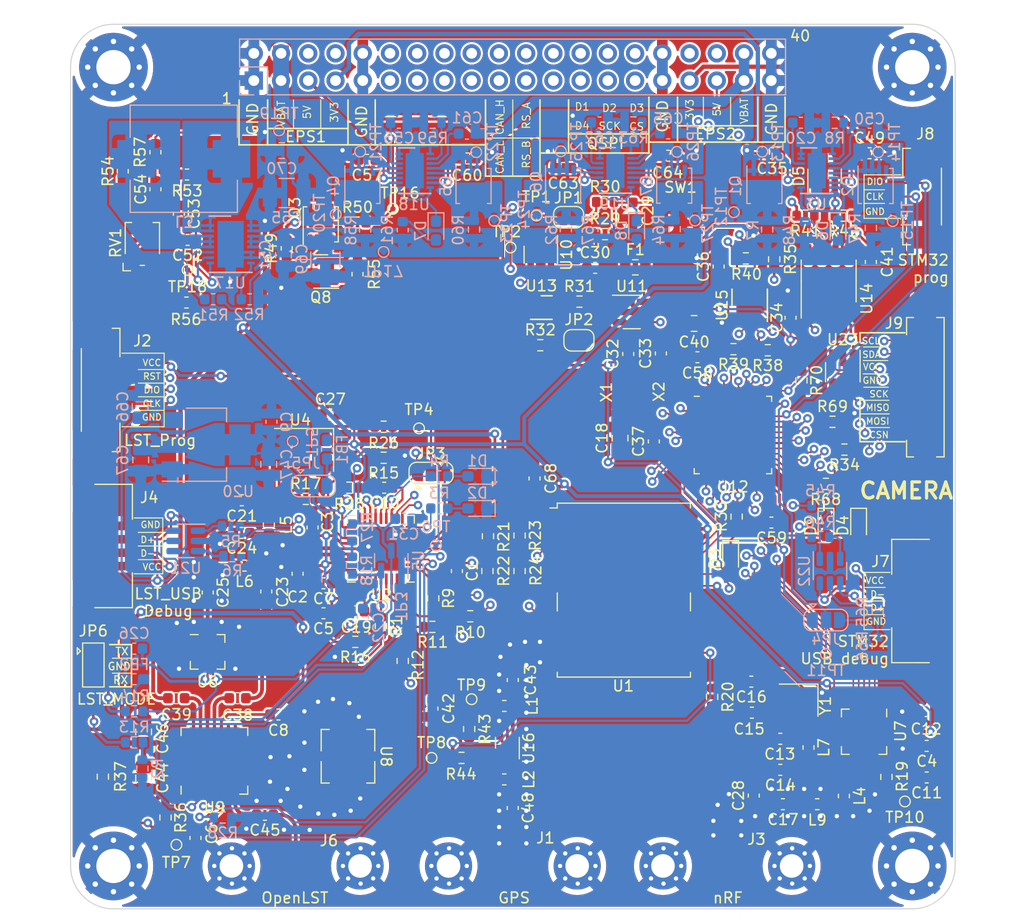
<source format=kicad_pcb>
(kicad_pcb (version 20211014) (generator pcbnew)

  (general
    (thickness 0.986)
  )

  (paper "A4")
  (layers
    (0 "F.Cu" power)
    (1 "In1.Cu" mixed)
    (2 "In2.Cu" mixed)
    (31 "B.Cu" power)
    (32 "B.Adhes" user "B.Adhesive")
    (33 "F.Adhes" user "F.Adhesive")
    (34 "B.Paste" user)
    (35 "F.Paste" user)
    (36 "B.SilkS" user "B.Silkscreen")
    (37 "F.SilkS" user "F.Silkscreen")
    (38 "B.Mask" user)
    (39 "F.Mask" user)
    (40 "Dwgs.User" user "User.Drawings")
    (41 "Cmts.User" user "User.Comments")
    (42 "Eco1.User" user "User.Eco1")
    (43 "Eco2.User" user "User.Eco2")
    (44 "Edge.Cuts" user)
    (45 "Margin" user)
    (46 "B.CrtYd" user "B.Courtyard")
    (47 "F.CrtYd" user "F.Courtyard")
    (48 "B.Fab" user)
    (49 "F.Fab" user)
    (50 "User.1" user)
    (51 "User.2" user)
    (52 "User.3" user)
    (53 "User.4" user)
    (54 "User.5" user)
    (55 "User.6" user)
    (56 "User.7" user)
    (57 "User.8" user)
    (58 "User.9" user)
  )

  (setup
    (stackup
      (layer "F.SilkS" (type "Top Silk Screen"))
      (layer "F.Paste" (type "Top Solder Paste"))
      (layer "F.Mask" (type "Top Solder Mask") (thickness 0.01))
      (layer "F.Cu" (type "copper") (thickness 0.018))
      (layer "dielectric 1" (type "core") (thickness 0.175) (material "FR4") (epsilon_r 4.5) (loss_tangent 0.02))
      (layer "In1.Cu" (type "copper") (thickness 0.035))
      (layer "dielectric 2" (type "prepreg") (thickness 0.51) (material "FR4") (epsilon_r 4.5) (loss_tangent 0.02))
      (layer "In2.Cu" (type "copper") (thickness 0.035))
      (layer "dielectric 3" (type "core") (thickness 0.175) (material "FR4") (epsilon_r 4.5) (loss_tangent 0.02))
      (layer "B.Cu" (type "copper") (thickness 0.018))
      (layer "B.Mask" (type "Bottom Solder Mask") (thickness 0.01))
      (layer "B.Paste" (type "Bottom Solder Paste"))
      (layer "B.SilkS" (type "Bottom Silk Screen"))
      (copper_finish "None")
      (dielectric_constraints no)
    )
    (pad_to_mask_clearance 0)
    (pcbplotparams
      (layerselection 0x00010fc_ffffffff)
      (disableapertmacros false)
      (usegerberextensions false)
      (usegerberattributes true)
      (usegerberadvancedattributes true)
      (creategerberjobfile true)
      (svguseinch false)
      (svgprecision 6)
      (excludeedgelayer true)
      (plotframeref false)
      (viasonmask false)
      (mode 1)
      (useauxorigin false)
      (hpglpennumber 1)
      (hpglpenspeed 20)
      (hpglpendiameter 15.000000)
      (dxfpolygonmode true)
      (dxfimperialunits true)
      (dxfusepcbnewfont true)
      (psnegative false)
      (psa4output false)
      (plotreference true)
      (plotvalue true)
      (plotinvisibletext false)
      (sketchpadsonfab false)
      (subtractmaskfromsilk false)
      (outputformat 1)
      (mirror false)
      (drillshape 1)
      (scaleselection 1)
      (outputdirectory "")
    )
  )

  (net 0 "")
  (net 1 "Net-(C1-Pad1)")
  (net 2 "GND")
  (net 3 "+3V3")
  (net 4 "/OpenLST (Beacon)/PA_VAPC")
  (net 5 "+3V8")
  (net 6 "/OpenLST (Beacon)/VDD_USB_LST")
  (net 7 "Net-(C12-Pad1)")
  (net 8 "Net-(C13-Pad2)")
  (net 9 "Net-(C15-Pad1)")
  (net 10 "Net-(C16-Pad1)")
  (net 11 "Net-(C17-Pad1)")
  (net 12 "Net-(C17-Pad2)")
  (net 13 "/MCU/MCU_POWER")
  (net 14 "Net-(C19-Pad1)")
  (net 15 "/3V3 power share/VCC_EN")
  (net 16 "Net-(C21-Pad2)")
  (net 17 "Net-(C22-Pad1)")
  (net 18 "Net-(C23-Pad2)")
  (net 19 "Net-(C24-Pad1)")
  (net 20 "Net-(C24-Pad2)")
  (net 21 "Net-(C25-Pad2)")
  (net 22 "Net-(C26-Pad1)")
  (net 23 "Net-(C29-Pad1)")
  (net 24 "/3V3 power share/EPS#1")
  (net 25 "Net-(C35-Pad2)")
  (net 26 "Net-(C38-Pad1)")
  (net 27 "Net-(C38-Pad2)")
  (net 28 "Net-(C39-Pad1)")
  (net 29 "Net-(C39-Pad2)")
  (net 30 "/MCU/VREF")
  (net 31 "Net-(C42-Pad1)")
  (net 32 "Net-(C43-Pad1)")
  (net 33 "Net-(C43-Pad2)")
  (net 34 "Net-(C45-Pad1)")
  (net 35 "Net-(C45-Pad2)")
  (net 36 "Net-(C48-Pad1)")
  (net 37 "Net-(C48-Pad2)")
  (net 38 "Net-(C49-Pad1)")
  (net 39 "/3V3 power share/EPS#2")
  (net 40 "Net-(C50-Pad1)")
  (net 41 "VIN")
  (net 42 "Net-(C52-Pad1)")
  (net 43 "Net-(C52-Pad2)")
  (net 44 "Net-(C53-Pad1)")
  (net 45 "Net-(C54-Pad1)")
  (net 46 "/Power Convertor/VBAT1/VCC_EN")
  (net 47 "/Power Convertor/EPS#1_VBAT")
  (net 48 "Net-(C57-Pad2)")
  (net 49 "Net-(C60-Pad1)")
  (net 50 "/Power Convertor/EPS#2_VBAT")
  (net 51 "Net-(C61-Pad1)")
  (net 52 "/5V power share/VCC_EN")
  (net 53 "/5V power share/EPS#1")
  (net 54 "Net-(C63-Pad2)")
  (net 55 "Net-(C64-Pad1)")
  (net 56 "/5V power share/EPS#2")
  (net 57 "Net-(C65-Pad1)")
  (net 58 "/OpenLST (Beacon)/USB_POWER_LST")
  (net 59 "Net-(D1-Pad2)")
  (net 60 "Net-(D2-Pad2)")
  (net 61 "Net-(D3-Pad1)")
  (net 62 "Net-(D4-Pad1)")
  (net 63 "/MCU/CAN_L")
  (net 64 "/MCU/CAN_H")
  (net 65 "Net-(D6-Pad1)")
  (net 66 "Net-(D6-Pad2)")
  (net 67 "Net-(D7-Pad1)")
  (net 68 "Net-(D7-Pad2)")
  (net 69 "Net-(D8-Pad1)")
  (net 70 "Net-(D8-Pad2)")
  (net 71 "Net-(D9-Pad1)")
  (net 72 "Net-(F1-Pad2)")
  (net 73 "Net-(FB1-Pad1)")
  (net 74 "/OpenLST (Beacon)/PROG_DD")
  (net 75 "/OpenLST (Beacon)/PROG_DC")
  (net 76 "/OpenLST (Beacon)/~{LST_RESET}")
  (net 77 "/MCU/USB_POWER")
  (net 78 "/MCU/SWCLK")
  (net 79 "/MCU/SWDIO")
  (net 80 "/MCU/QSPI_D1{slash}CAM_CSN")
  (net 81 "/MCU/QSPI_D2{slash}CAM_MOSI")
  (net 82 "/MCU/QSPI_D3{slash}CAM_MISO")
  (net 83 "/MCU/CAM_SCK")
  (net 84 "+5V")
  (net 85 "/I2C_SDA")
  (net 86 "/I2C_SCL")
  (net 87 "unconnected-(J12-Pad6)")
  (net 88 "unconnected-(J12-Pad8)")
  (net 89 "unconnected-(J12-Pad11)")
  (net 90 "unconnected-(J12-Pad12)")
  (net 91 "unconnected-(J12-Pad13)")
  (net 92 "unconnected-(J12-Pad14)")
  (net 93 "unconnected-(J12-Pad15)")
  (net 94 "unconnected-(J12-Pad16)")
  (net 95 "unconnected-(J12-Pad17)")
  (net 96 "unconnected-(J12-Pad18)")
  (net 97 "/MCU/RS_485_~{B}")
  (net 98 "/MCU/RS_485_A")
  (net 99 "unconnected-(J12-Pad23)")
  (net 100 "unconnected-(J12-Pad24)")
  (net 101 "/MCU/QSPI_D0")
  (net 102 "/MCU/QSPI_SCK")
  (net 103 "/MCU/QSPI_NCS")
  (net 104 "unconnected-(J12-Pad34)")
  (net 105 "unconnected-(J12-Pad36)")
  (net 106 "Net-(JP1-Pad1)")
  (net 107 "/MCU/NRST")
  (net 108 "Net-(JP2-Pad1)")
  (net 109 "Net-(JP2-Pad2)")
  (net 110 "/OpenLST (Beacon)/RF_EN")
  (net 111 "/OpenLST (Beacon)/RF_EN_MCU")
  (net 112 "/OpenLST (Beacon)/RF_PWR_EN")
  (net 113 "Net-(JP4-Pad3)")
  (net 114 "/MCU/VDD_USB")
  (net 115 "Net-(L3-Pad1)")
  (net 116 "Net-(L3-Pad2)")
  (net 117 "Net-(L4-Pad1)")
  (net 118 "Net-(L4-Pad2)")
  (net 119 "Net-(Q1-Pad5)")
  (net 120 "Net-(Q1-Pad4)")
  (net 121 "Net-(Q2-Pad4)")
  (net 122 "Net-(Q2-Pad5)")
  (net 123 "Net-(Q3-Pad4)")
  (net 124 "Net-(Q3-Pad5)")
  (net 125 "Net-(Q4-Pad5)")
  (net 126 "Net-(Q4-Pad4)")
  (net 127 "Net-(Q5-Pad4)")
  (net 128 "Net-(Q5-Pad5)")
  (net 129 "Net-(Q6-Pad5)")
  (net 130 "Net-(Q6-Pad4)")
  (net 131 "Net-(Q7-Pad4)")
  (net 132 "Net-(Q7-Pad5)")
  (net 133 "/OpenLST (Beacon)/~{LST_RX_MODE}")
  (net 134 "/OpenLST (Beacon)/LST_TX_MODE")
  (net 135 "Net-(R3-Pad2)")
  (net 136 "Net-(R4-Pad2)")
  (net 137 "Net-(R5-Pad1)")
  (net 138 "/OpenLST (Beacon)/USB_N")
  (net 139 "/OpenLST (Beacon)/USB_P")
  (net 140 "Net-(R6-Pad2)")
  (net 141 "Net-(R8-Pad2)")
  (net 142 "Net-(R9-Pad1)")
  (net 143 "/OpenLST (Beacon)/UART0_CTS")
  (net 144 "Net-(R10-Pad1)")
  (net 145 "/OpenLST (Beacon)/UART0_RTS")
  (net 146 "Net-(R11-Pad1)")
  (net 147 "/OpenLST (Beacon)/UART0_RX")
  (net 148 "Net-(R12-Pad1)")
  (net 149 "/OpenLST (Beacon)/UART0_TX")
  (net 150 "Net-(R15-Pad2)")
  (net 151 "Net-(R16-Pad2)")
  (net 152 "Net-(R17-Pad1)")
  (net 153 "Net-(R17-Pad2)")
  (net 154 "Net-(R19-Pad2)")
  (net 155 "/OpenLST (Beacon)/AN0")
  (net 156 "/OpenLST (Beacon)/AN1")
  (net 157 "Net-(R25-Pad2)")
  (net 158 "/OpenLST (Beacon)/RF_BYP")
  (net 159 "Net-(R32-Pad1)")
  (net 160 "/MCU/LED2")
  (net 161 "/MCU/CAN_RS")
  (net 162 "/MCU/RS_485_R_EN")
  (net 163 "/MCU/RS_485_T_EN")
  (net 164 "Net-(R43-Pad2)")
  (net 165 "Net-(R44-Pad1)")
  (net 166 "Net-(R44-Pad2)")
  (net 167 "Net-(R45-Pad1)")
  (net 168 "/MCU/USB_N")
  (net 169 "/MCU/USB_P")
  (net 170 "Net-(R46-Pad2)")
  (net 171 "Net-(R51-Pad2)")
  (net 172 "Net-(R52-Pad1)")
  (net 173 "Net-(R54-Pad2)")
  (net 174 "Net-(R59-Pad2)")
  (net 175 "Net-(R63-Pad2)")
  (net 176 "unconnected-(U1-Pad1)")
  (net 177 "unconnected-(U1-Pad3)")
  (net 178 "/GPS Module/IRQ")
  (net 179 "unconnected-(U1-Pad5)")
  (net 180 "unconnected-(U1-Pad6)")
  (net 181 "/GPS Module/RESET")
  (net 182 "unconnected-(U1-Pad15)")
  (net 183 "unconnected-(U1-Pad16)")
  (net 184 "unconnected-(U1-Pad17)")
  (net 185 "/GPS Module/TXD")
  (net 186 "/GPS Module/RXD")
  (net 187 "unconnected-(U2-Pad8)")
  (net 188 "unconnected-(U2-Pad18)")
  (net 189 "unconnected-(U2-Pad20)")
  (net 190 "/MCU/NRF_CE")
  (net 191 "/MCU/NRF_SPI_CSN")
  (net 192 "/MCU/NRF_SPI_SCK")
  (net 193 "/MCU/NRF_SPI_MOSI")
  (net 194 "/MCU/NRF_SPI_MISO")
  (net 195 "/MCU/NRF_IRQ")
  (net 196 "Net-(U8-Pad2)")
  (net 197 "Net-(U8-Pad6)")
  (net 198 "unconnected-(U9-Pad14)")
  (net 199 "unconnected-(U9-Pad16)")
  (net 200 "unconnected-(U9-Pad25)")
  (net 201 "unconnected-(U10-Pad3)")
  (net 202 "/MCU/WDG_RESET")
  (net 203 "unconnected-(U11-Pad3)")
  (net 204 "unconnected-(U12-Pad1)")
  (net 205 "/MCU/LSE")
  (net 206 "/MCU/HSE")
  (net 207 "/MCU/CAN_RX")
  (net 208 "/MCU/CAN_TX")
  (net 209 "unconnected-(U13-Pad3)")
  (net 210 "/MCU/RS_485_R")
  (net 211 "/MCU/RS_485_T")
  (net 212 "unconnected-(U15-Pad7)")
  (net 213 "Net-(JP6-Pad3)")
  (net 214 "/camera/CAM_VCC")
  (net 215 "Net-(R70-Pad1)")
  (net 216 "Net-(J4-Pad2)")
  (net 217 "Net-(J4-Pad3)")
  (net 218 "Net-(J7-Pad2)")
  (net 219 "Net-(J7-Pad3)")
  (net 220 "Net-(JP6-Pad1)")
  (net 221 "unconnected-(X1-Pad1)")

  (footprint "Capacitor_SMD:C_0805_2012Metric_Pad1.18x1.45mm_HandSolder" (layer "F.Cu") (at 143.1544 71.9044))

  (footprint "TCY_Buttons:KMT031NGJLHS" (layer "F.Cu") (at 141.8844 61.5881))

  (footprint "Resistor_SMD:R_0603_1608Metric" (layer "F.Cu") (at 93.853 117.983 90))

  (footprint "Resistor_SMD:R_0603_1608Metric" (layer "F.Cu") (at 157.099 61.849 180))

  (footprint "Package_DFN_QFN:QFN-20-1EP_4x4mm_P0.5mm_EP2.5x2.5mm" (layer "F.Cu") (at 159.004 109.982 -90))

  (footprint "MountingHole:MountingHole_3.2mm_M3_Pad_Via" (layer "F.Cu") (at 163.5 122.5))

  (footprint "Resistor_SMD:R_0603_1608Metric" (layer "F.Cu") (at 123.9266 91.7448 90))

  (footprint "Capacitor_SMD:C_0603_1608Metric" (layer "F.Cu") (at 94.8583 106.8505))

  (footprint "Resistor_SMD:R_0603_1608Metric" (layer "F.Cu") (at 147.9804 65.8368 180))

  (footprint "Inductor_SMD:L_0603_1608Metric" (layer "F.Cu") (at 103.492 90.678 -90))

  (footprint "Resistor_SMD:R_0603_1608Metric" (layer "F.Cu") (at 121.4628 112.4204))

  (footprint "MountingHole:MountingHole_3.2mm_M3_Pad_Via" (layer "F.Cu") (at 89 48))

  (footprint "Capacitor_SMD:C_0603_1608Metric" (layer "F.Cu") (at 100.965 88.392))

  (footprint "TCY_Connector:Amphenol 10114830-11104LF 1x04 Vertical" (layer "F.Cu") (at 88.265 92.6592 -90))

  (footprint "Capacitor_SMD:C_0603_1608Metric" (layer "F.Cu") (at 128.27 86.36 90))

  (footprint "Capacitor_SMD:C_0603_1608Metric" (layer "F.Cu") (at 152.146 71.374 90))

  (footprint "Resistor_SMD:R_0603_1608Metric" (layer "F.Cu") (at 153.162 77.216 -90))

  (footprint "Capacitor_SMD:C_0603_1608Metric" (layer "F.Cu") (at 114.2492 87.2236 180))

  (footprint "Inductor_SMD:L_0603_1608Metric" (layer "F.Cu") (at 125.45 114.427 180))

  (footprint "RF_GPS:ublox_NEO" (layer "F.Cu") (at 136.6012 96.774))

  (footprint "Package_TO_SOT_SMD:SOT-23-6_Handsoldering" (layer "F.Cu") (at 157.0228 76.454 -90))

  (footprint "Capacitor_SMD:C_0603_1608Metric" (layer "F.Cu") (at 108.585 96.139 180))

  (footprint "Inductor_SMD:L_0603_1608Metric" (layer "F.Cu") (at 105.156 64.897 90))

  (footprint "Resistor_SMD:R_0603_1608Metric" (layer "F.Cu") (at 161.0868 114.1984 90))

  (footprint "Jumper:SolderJumper-2_P1.3mm_Open_RoundedPad1.0x1.5mm" (layer "F.Cu") (at 132.4108 73.4753 180))

  (footprint "Capacitor_SMD:C_0603_1608Metric" (layer "F.Cu") (at 118.745 107.823 -90))

  (footprint "Jumper:SolderJumper-2_P1.3mm_Open_RoundedPad1.0x1.5mm" (layer "F.Cu") (at 131.4456 61.9945))

  (footprint "Inductor_SMD:L_0603_1608Metric" (layer "F.Cu") (at 95.8596 58.0136))

  (footprint "Capacitor_SMD:C_0603_1608Metric" (layer "F.Cu") (at 133.9218 66.7189))

  (footprint "Capacitor_SMD:C_0603_1608Metric" (layer "F.Cu") (at 126.24 105.156 -90))

  (footprint "Capacitor_SMD:C_0603_1608Metric" (layer "F.Cu") (at 151.1938 113.538))

  (footprint "MountingHole:MountingHole_3.2mm_M3_Pad_Via" (layer "F.Cu") (at 163.5 48))

  (footprint "Resistor_SMD:R_0603_1608Metric" (layer "F.Cu") (at 111.5568 101.6 180))

  (footprint "Resistor_SMD:R_0603_1608Metric" (layer "F.Cu") (at 118.8212 97.536 -90))

  (footprint "Resistor_SMD:R_0603_1608Metric" (layer "F.Cu") (at 134.8492 60.5721))

  (footprint "Resistor_SMD:R_0603_1608Metric" (layer "F.Cu") (at 157.1752 83.6676 180))

  (footprint "Capacitor_SMD:C_0603_1608Metric" (layer "F.Cu") (at 122.0216 56.515))

  (footprint "TCY_Connector:TestPoint_Pad_D0.5mm" (layer "F.Cu") (at 122.4026 106.947))

  (footprint "Resistor_SMD:R_0603_1608Metric" (layer "F.Cu") (at 126.873 94.996 90))

  (footprint "Resistor_SMD:R_0603_1608Metric" (layer "F.Cu") (at 115.9764 103.378 -90))

  (footprint "Capacitor_SMD:C_0603_1608Metric" (layer "F.Cu") (at 139.3952 82.9056 90))

  (footprint "Resistor_SMD:R_0603_1608Metric" (layer "F.Cu") (at 110.998 87.2236))

  (footprint "Resistor_SMD:R_0603_1608Metric" (layer "F.Cu") (at 113.9444 100.1268 90))

  (footprint "footprints:iPEX" (layer "F.Cu") (at 146.25 122.5 180))

  (footprint "Capacitor_SMD:C_0603_1608Metric" (layer "F.Cu") (at 148.717 115.938 90))

  (footprint "Capacitor_SMD:C_0603_1608Metric" (layer "F.Cu") (at 164.846 114.2492 180))

  (footprint "Capacitor_SMD:C_0603_1608Metric" (layer "F.Cu") (at 112.649 56.642))

  (footprint "Inductor_SMD:L_0603_1608Metric" (layer "F.Cu") (at 153.8224 111.4552 -90))

  (footprint "Capacitor_SMD:C_0603_1608Metric" (layer "F.Cu") (at 137.414 61.3849 -90))

  (footprint "Capacitor_SMD:C_0603_1608Metric" (layer "F.Cu") (at 159.517223 56.0263))

  (footprint "Resistor_SMD:R_0603_1608Metric" (layer "F.Cu") (at 144.8308 106.7308 90))

  (footprint "Resistor_SMD:R_0603_1608Metric" (layer "F.Cu") (at 123.8758 94.996 90))

  (footprint "footprints:iPEX" (layer "F.Cu") (at 106 122.5 180))

  (footprint "Capacitor_SMD:C_0603_1608Metric" (layer "F.Cu") (at 100.952 91.44 180))

  (footprint "TCY_Connector:TestPoint_Pad_D0.5mm" (layer "F.Cu") (at 117.5004 81.6864))

  (footprint "Package_DFN_QFN:DFN-10-1EP_3x3mm_P0.5mm_EP1.55x2.48mm" (layer "F.Cu")
    (tedit 5EA4BECA) (tstamp 64263d5c-9427-4c92-a73a-afe8e63e20fb)
    (at 148.336 70.2056 90)
    (descr "10-Lead Plastic Dual Flat, No Lead Package (MF) - 3x3x0.9 mm Body [DFN] (see Microchip Packaging Specification 00000049BS.pdf)")
    (tags "DFN 0.5")
    (property "Sheetfile" "mcu_comm.kicad_sch")
    (property "Sheetname" "MCU")
    (path "/81a5172c-b171-400d-8856-41d6e486bdd1/a66e8b44-b972-4f7b-ba80-f64e58de1944")
    (attr smd)
    (fp_text reference "U15" (at 0 -2.575 90) (layer "F.SilkS")
      (effects (font (size 1 1) (thickness 0.15)))
      (tstamp af58d6aa-33e4-4da2-8ea3-2304125e31c0)
    )
    (fp_text value "MAX13430ETB+" (at 0 2.575 90) (layer "F.Fab")
      (effects (font (size 1 1) (thickness 0.15)))
      (tstamp 94937ca0-c1d9-424d-88cf-010fb503f8a5)
    )
    (fp_text user "${REFERENCE}" (at 0 0 90) (layer "F.Fab")
      (effects (font (size 0.7 0.7) (thickness 0.105)))
      (tstamp 67a55320-79e2-4952-9d6a-671cbdcfc9f7)
    )
    (fp_line (start -1.5 1.65) (end 1.5 1.65) (layer "F.SilkS") (width 0.15) (tstamp 47b3834c-8a87-4af3-9143-c88b9cd89304))
    (fp_line (start 0 -1.65) (end 1.5 -1.65) (layer "F.SilkS") (width 0.15) (tstamp adc74667-5dec-4b95-9d35-ffc7db9ad260))
    (fp_line (start -2.15 -1.85) (end -2.15 1.85) (layer "F.CrtYd") (width 0.05) (tstamp 20c401b1-c1bb-42cd-8ef2-fd89663a6cf3))
    (fp_line (start -2.15 1.85) (end 2.15 1.85) (layer "F.CrtYd") (width 0.05) (tstamp a7098063-91db-4dae-8c97-631051e8de0e))
    (fp_line (start 2.15 -1.85) (end 2.15 1.85) (layer "F.CrtYd") (width 0.05) (tstamp d1594cc0-0357-4de5-8d76-bb3a044297b2))
    (fp_line (start -2.15 -1.85) (end 2.15 -1.85) (layer "F.CrtYd") (width 0.05) (tstamp d500cfb3-be5f-4c90-8432-d0e5e29eda2a))
    (fp_line (start -1.5 -0.5) (end -0.5 -1.5) (layer "F.Fab") (width 0.15) (tstamp 4013842c-f594-4f18-a07a-785be971cdaf))
    (fp_line (start -1.5 1.5) (end -1.5 -0.5) (layer "F.Fab") (width 0.15) (tstamp 68cc97a1-6c76-411f-a28b-36162918d55d))
    (fp_line (start 1.5 1.5) (end -1.5 1.5) (layer "F.Fab") (width 0.15) (tstamp 6a2b63d3-b52c-4af8-b72e-63fe811d3d24))
    (fp_line (start 1.5 -1.5) (end 1.5 1.5) (layer "F.Fab") (width 0.15) (tstamp b6b0b082-3ad5-486d-9247-7e4db31838ef))
    (fp_line (start -0.5 -1.5) (end 1.5 -1.5) (layer "F.Fab") (width 0.15) (tstamp c40a33aa-f777-4109-9efd-12123c039897))
    (pad "" smd rect locked (at 0.3875 0.62 90) (size 0.6 1.05) (layers "F.Paste") (tstamp 13432df8-5be2-422d-b431-13bedccbff4d))
    (pad "" smd rect locked (at -0.3875 -0.62 90) (size 0.6 1.05) (layers "F.Paste") (tstamp 4be9d67c-a6f3-435e-8133-0f53bd74a878))
    (pad "" smd rect locked (at -0.3875 0.62 90) (size 0.6 1.05) (layers "F.Paste") (tstamp 5d69c2f3-acbd-4c54-bda2-b7785c2010cf))
    (pad "" smd rect locked (at 0.3875 -0.62 90) (size 
... [3802042 chars truncated]
</source>
